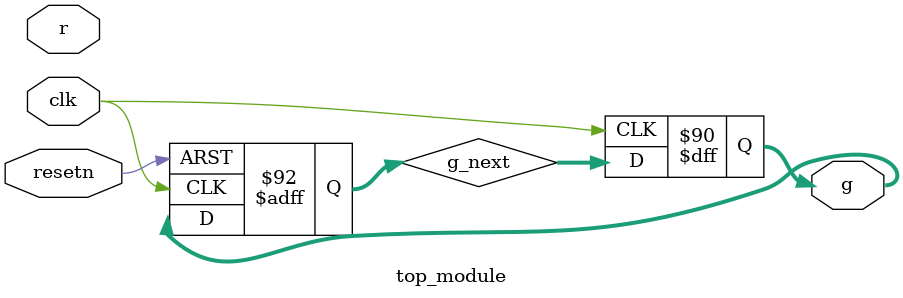
<source format=sv>
module top_module (
	input clk,
	input resetn,
	input [3:1] r,
	output [3:1] g
);

// Define state codes
parameter A = 2'b00;
parameter B = 2'b01;
parameter C = 2'b10;
parameter D = 2'b11;

reg [1:0] state, next_state;
reg [3:1] g_next;

// State flip-flop
always @(posedge clk or negedge resetn) begin
	if (resetn == 0) begin
		state <= A;
        g_next <= 3'b000;
	end else begin
		state <= next_state;
        g_next <= g;
	end
end

// State table
always @(state or r) begin
	case (state)
		A: begin
			if (r[1] == 0 && r[2] == 0 && r[3] == 0) begin
				next_state = A;
			end else if (r[1] == 1) begin
				next_state = B;
			end else if (r[2] == 1) begin
				next_state = C;
			end else begin
				next_state = D;
			end
		end
		B: begin
			if (r[1] == 1 && g[1] == 1) begin
				next_state = B;
			end else if (r[1] == 0) begin
				next_state = A;
			end else begin
				next_state = B;
			end
		end
		C: begin
			if (r[2] == 1 && g[2] == 1) begin
				next_state = C;
			end else if (r[2] == 0) begin
				next_state = A;
			end else begin
				next_state = C;
			end
		end
		default: next_state = A;
	endcase
end

// Continuous assignment for outputs
always @(posedge clk) begin
    g <= g_next;
end

endmodule

</source>
